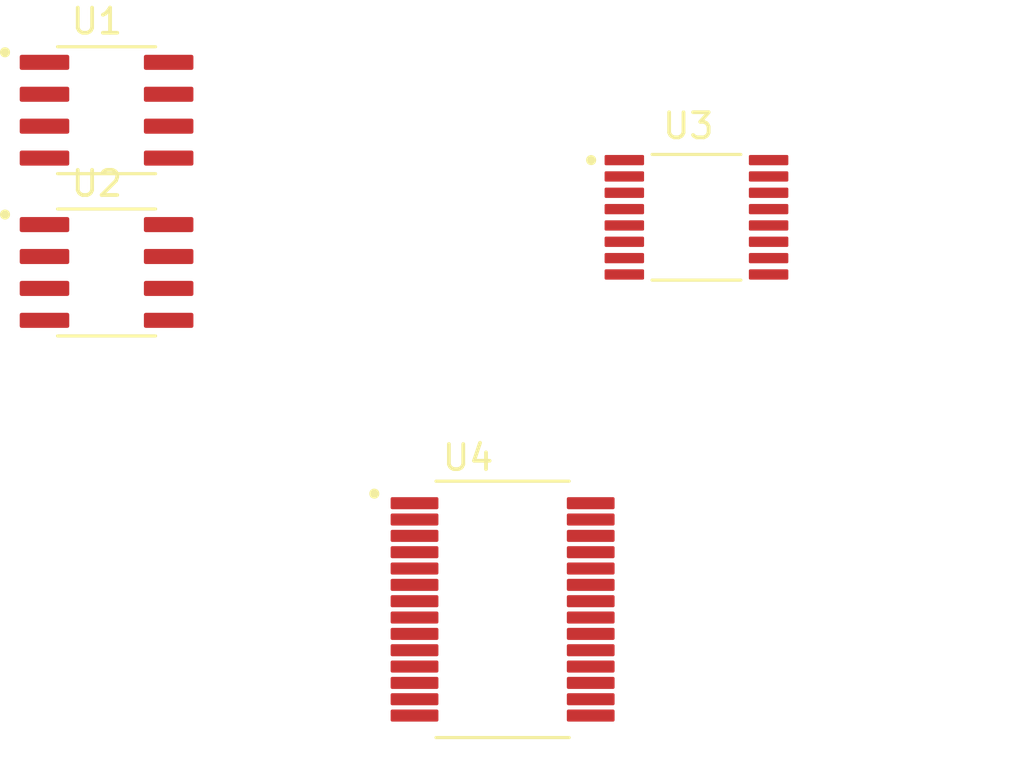
<source format=kicad_pcb>
(kicad_pcb (version 20240108) (generator "pcbnew") (generator_version "8.0")
  (layers (0 "F.Cu" signal) (31 "B.Cu" signal) (34 "B.Paste" user) (35 "F.Paste" user) (36 "B.SilkS" user "B.Silkscreen") (37 "F.SilkS" user "F.Silkscreen") (38 "B.Mask" user) (39 "F.Mask" user) (44 "Edge.Cuts" user))
  (net 0 "")
  (footprint "ADS1256IDBRG4:SOP65P780X200-28N" (layer "F.Cu") (at 87.2875 90.5)
    (property "Reference" "U4" (at -1.375 -6.035 0) (layer "F.SilkS"))
    (property "Value" "ADS1256IDBRG4")
    (fp_line (start -2.65 -5.1) (end 2.65 -5.1) (stroke (width 0.127)) (layer "F.SilkS"))
    (fp_line (start -2.65 5.1) (end 2.65 5.1) (stroke (width 0.127)) (layer "F.SilkS"))
    (fp_circle (center -5.105 -4.605) (end -5.005 -4.605) (stroke (width 0.2)) (fill none) (layer "F.SilkS"))
    (pad "1" smd roundrect (at -3.505 -4.225) (size 1.9 0.48) (layers "F.Cu" "F.Paste" "F.Mask") (roundrect_rratio 0.125))
    (pad "2" smd roundrect (at -3.505 -3.575) (size 1.9 0.48) (layers "F.Cu" "F.Paste" "F.Mask") (roundrect_rratio 0.125))
    (pad "3" smd roundrect (at -3.505 -2.925) (size 1.9 0.48) (layers "F.Cu" "F.Paste" "F.Mask") (roundrect_rratio 0.125))
    (pad "4" smd roundrect (at -3.505 -2.275) (size 1.9 0.48) (layers "F.Cu" "F.Paste" "F.Mask") (roundrect_rratio 0.125))
    (pad "5" smd roundrect (at -3.505 -1.625) (size 1.9 0.48) (layers "F.Cu" "F.Paste" "F.Mask") (roundrect_rratio 0.125))
    (pad "6" smd roundrect (at -3.505 -0.975) (size 1.9 0.48) (layers "F.Cu" "F.Paste" "F.Mask") (roundrect_rratio 0.125))
    (pad "7" smd roundrect (at -3.505 -0.325) (size 1.9 0.48) (layers "F.Cu" "F.Paste" "F.Mask") (roundrect_rratio 0.125))
    (pad "8" smd roundrect (at -3.505 0.325) (size 1.9 0.48) (layers "F.Cu" "F.Paste" "F.Mask") (roundrect_rratio 0.125))
    (pad "9" smd roundrect (at -3.505 0.975) (size 1.9 0.48) (layers "F.Cu" "F.Paste" "F.Mask") (roundrect_rratio 0.125))
    (pad "10" smd roundrect (at -3.505 1.625) (size 1.9 0.48) (layers "F.Cu" "F.Paste" "F.Mask") (roundrect_rratio 0.125))
    (pad "11" smd roundrect (at -3.505 2.275) (size 1.9 0.48) (layers "F.Cu" "F.Paste" "F.Mask") (roundrect_rratio 0.125))
    (pad "12" smd roundrect (at -3.505 2.925) (size 1.9 0.48) (layers "F.Cu" "F.Paste" "F.Mask") (roundrect_rratio 0.125))
    (pad "13" smd roundrect (at -3.505 3.575) (size 1.9 0.48) (layers "F.Cu" "F.Paste" "F.Mask") (roundrect_rratio 0.125))
    (pad "14" smd roundrect (at -3.505 4.225) (size 1.9 0.48) (layers "F.Cu" "F.Paste" "F.Mask") (roundrect_rratio 0.125))
    (pad "15" smd roundrect (at 3.505 4.225) (size 1.9 0.48) (layers "F.Cu" "F.Paste" "F.Mask") (roundrect_rratio 0.125))
    (pad "16" smd roundrect (at 3.505 3.575) (size 1.9 0.48) (layers "F.Cu" "F.Paste" "F.Mask") (roundrect_rratio 0.125))
    (pad "17" smd roundrect (at 3.505 2.925) (size 1.9 0.48) (layers "F.Cu" "F.Paste" "F.Mask") (roundrect_rratio 0.125))
    (pad "18" smd roundrect (at 3.505 2.275) (size 1.9 0.48) (layers "F.Cu" "F.Paste" "F.Mask") (roundrect_rratio 0.125))
    (pad "19" smd roundrect (at 3.505 1.625) (size 1.9 0.48) (layers "F.Cu" "F.Paste" "F.Mask") (roundrect_rratio 0.125))
    (pad "20" smd roundrect (at 3.505 0.975) (size 1.9 0.48) (layers "F.Cu" "F.Paste" "F.Mask") (roundrect_rratio 0.125))
    (pad "21" smd roundrect (at 3.505 0.325) (size 1.9 0.48) (layers "F.Cu" "F.Paste" "F.Mask") (roundrect_rratio 0.125))
    (pad "22" smd roundrect (at 3.505 -0.325) (size 1.9 0.48) (layers "F.Cu" "F.Paste" "F.Mask") (roundrect_rratio 0.125))
    (pad "23" smd roundrect (at 3.505 -0.975) (size 1.9 0.48) (layers "F.Cu" "F.Paste" "F.Mask") (roundrect_rratio 0.125))
    (pad "24" smd roundrect (at 3.505 -1.625) (size 1.9 0.48) (layers "F.Cu" "F.Paste" "F.Mask") (roundrect_rratio 0.125))
    (pad "25" smd roundrect (at 3.505 -2.275) (size 1.9 0.48) (layers "F.Cu" "F.Paste" "F.Mask") (roundrect_rratio 0.125))
    (pad "26" smd roundrect (at 3.505 -2.925) (size 1.9 0.48) (layers "F.Cu" "F.Paste" "F.Mask") (roundrect_rratio 0.125))
    (pad "27" smd roundrect (at 3.505 -3.575) (size 1.9 0.48) (layers "F.Cu" "F.Paste" "F.Mask") (roundrect_rratio 0.125))
    (pad "28" smd roundrect (at 3.505 -4.225) (size 1.9 0.48) (layers "F.Cu" "F.Paste" "F.Mask") (roundrect_rratio 0.125))
  )
  (footprint "DAC8554IPWG4:SOP65P640X120-16N" (layer "F.Cu") (at 95 74.9)
    (property "Reference" "U3" (at -0.325 -3.635 0) (layer "F.SilkS"))
    (property "Value" "DAC8554IPWG4")
    (fp_line (start -1.765 -2.5) (end 1.765 -2.5) (stroke (width 0.127)) (layer "F.SilkS"))
    (fp_line (start 1.765 2.5) (end -1.765 2.5) (stroke (width 0.127)) (layer "F.SilkS"))
    (fp_circle (center -4.19 -2.275) (end -4.09 -2.275) (stroke (width 0.2)) (fill none) (layer "F.SilkS"))
    (pad "1" smd roundrect (at -2.87 -2.275) (size 1.57 0.41) (layers "F.Cu" "F.Paste" "F.Mask") (roundrect_rratio 0.125))
    (pad "2" smd roundrect (at -2.87 -1.625) (size 1.57 0.41) (layers "F.Cu" "F.Paste" "F.Mask") (roundrect_rratio 0.125))
    (pad "3" smd roundrect (at -2.87 -0.975) (size 1.57 0.41) (layers "F.Cu" "F.Paste" "F.Mask") (roundrect_rratio 0.125))
    (pad "4" smd roundrect (at -2.87 -0.325) (size 1.57 0.41) (layers "F.Cu" "F.Paste" "F.Mask") (roundrect_rratio 0.125))
    (pad "5" smd roundrect (at -2.87 0.325) (size 1.57 0.41) (layers "F.Cu" "F.Paste" "F.Mask") (roundrect_rratio 0.125))
    (pad "6" smd roundrect (at -2.87 0.975) (size 1.57 0.41) (layers "F.Cu" "F.Paste" "F.Mask") (roundrect_rratio 0.125))
    (pad "7" smd roundrect (at -2.87 1.625) (size 1.57 0.41) (layers "F.Cu" "F.Paste" "F.Mask") (roundrect_rratio 0.125))
    (pad "8" smd roundrect (at -2.87 2.275) (size 1.57 0.41) (layers "F.Cu" "F.Paste" "F.Mask") (roundrect_rratio 0.125))
    (pad "9" smd roundrect (at 2.87 2.275) (size 1.57 0.41) (layers "F.Cu" "F.Paste" "F.Mask") (roundrect_rratio 0.125))
    (pad "10" smd roundrect (at 2.87 1.625) (size 1.57 0.41) (layers "F.Cu" "F.Paste" "F.Mask") (roundrect_rratio 0.125))
    (pad "11" smd roundrect (at 2.87 0.975) (size 1.57 0.41) (layers "F.Cu" "F.Paste" "F.Mask") (roundrect_rratio 0.125))
    (pad "12" smd roundrect (at 2.87 0.325) (size 1.57 0.41) (layers "F.Cu" "F.Paste" "F.Mask") (roundrect_rratio 0.125))
    (pad "13" smd roundrect (at 2.87 -0.325) (size 1.57 0.41) (layers "F.Cu" "F.Paste" "F.Mask") (roundrect_rratio 0.125))
    (pad "14" smd roundrect (at 2.87 -0.975) (size 1.57 0.41) (layers "F.Cu" "F.Paste" "F.Mask") (roundrect_rratio 0.125))
    (pad "15" smd roundrect (at 2.87 -1.625) (size 1.57 0.41) (layers "F.Cu" "F.Paste" "F.Mask") (roundrect_rratio 0.125))
    (pad "16" smd roundrect (at 2.87 -2.275) (size 1.57 0.41) (layers "F.Cu" "F.Paste" "F.Mask") (roundrect_rratio 0.125))
  )
  (footprint "OPA627AU:SOIC127P599X175-8N" (layer "F.Cu") (at 71.53 77.095)
    (property "Reference" "U2" (at -0.385 -3.537 0) (layer "F.SilkS"))
    (property "Value" "OPA627AU")
    (fp_line (start -1.95 -2.525) (end 1.95 -2.525) (stroke (width 0.127)) (layer "F.SilkS"))
    (fp_line (start -1.95 2.525) (end 1.95 2.525) (stroke (width 0.127)) (layer "F.SilkS"))
    (fp_circle (center -4.04 -2.305) (end -3.94 -2.305) (stroke (width 0.2)) (fill none) (layer "F.SilkS"))
    (pad "1" smd roundrect (at -2.47 -1.905) (size 1.97 0.6) (layers "F.Cu" "F.Paste" "F.Mask") (roundrect_rratio 0.125))
    (pad "2" smd roundrect (at -2.47 -0.635) (size 1.97 0.6) (layers "F.Cu" "F.Paste" "F.Mask") (roundrect_rratio 0.125))
    (pad "3" smd roundrect (at -2.47 0.635) (size 1.97 0.6) (layers "F.Cu" "F.Paste" "F.Mask") (roundrect_rratio 0.125))
    (pad "4" smd roundrect (at -2.47 1.905) (size 1.97 0.6) (layers "F.Cu" "F.Paste" "F.Mask") (roundrect_rratio 0.125))
    (pad "5" smd roundrect (at 2.47 1.905) (size 1.97 0.6) (layers "F.Cu" "F.Paste" "F.Mask") (roundrect_rratio 0.125))
    (pad "6" smd roundrect (at 2.47 0.635) (size 1.97 0.6) (layers "F.Cu" "F.Paste" "F.Mask") (roundrect_rratio 0.125))
    (pad "7" smd roundrect (at 2.47 -0.635) (size 1.97 0.6) (layers "F.Cu" "F.Paste" "F.Mask") (roundrect_rratio 0.125))
    (pad "8" smd roundrect (at 2.47 -1.905) (size 1.97 0.6) (layers "F.Cu" "F.Paste" "F.Mask") (roundrect_rratio 0.125))
  )
  (footprint "OPA2227UAG4:SOIC127P599X175-8N" (layer "F.Cu") (at 71.53 70.64)
    (property "Reference" "U1" (at -0.385 -3.537 0) (layer "F.SilkS"))
    (property "Value" "OPA2227UAG4")
    (fp_line (start -1.95 -2.525) (end 1.95 -2.525) (stroke (width 0.127)) (layer "F.SilkS"))
    (fp_line (start -1.95 2.525) (end 1.95 2.525) (stroke (width 0.127)) (layer "F.SilkS"))
    (fp_circle (center -4.04 -2.305) (end -3.94 -2.305) (stroke (width 0.2)) (fill none) (layer "F.SilkS"))
    (pad "1" smd roundrect (at -2.47 -1.905) (size 1.97 0.6) (layers "F.Cu" "F.Paste" "F.Mask") (roundrect_rratio 0.125))
    (pad "2" smd roundrect (at -2.47 -0.635) (size 1.97 0.6) (layers "F.Cu" "F.Paste" "F.Mask") (roundrect_rratio 0.125))
    (pad "3" smd roundrect (at -2.47 0.635) (size 1.97 0.6) (layers "F.Cu" "F.Paste" "F.Mask") (roundrect_rratio 0.125))
    (pad "4" smd roundrect (at -2.47 1.905) (size 1.97 0.6) (layers "F.Cu" "F.Paste" "F.Mask") (roundrect_rratio 0.125))
    (pad "5" smd roundrect (at 2.47 1.905) (size 1.97 0.6) (layers "F.Cu" "F.Paste" "F.Mask") (roundrect_rratio 0.125))
    (pad "6" smd roundrect (at 2.47 0.635) (size 1.97 0.6) (layers "F.Cu" "F.Paste" "F.Mask") (roundrect_rratio 0.125))
    (pad "7" smd roundrect (at 2.47 -0.635) (size 1.97 0.6) (layers "F.Cu" "F.Paste" "F.Mask") (roundrect_rratio 0.125))
    (pad "8" smd roundrect (at 2.47 -1.905) (size 1.97 0.6) (layers "F.Cu" "F.Paste" "F.Mask") (roundrect_rratio 0.125))
  )
)
</source>
